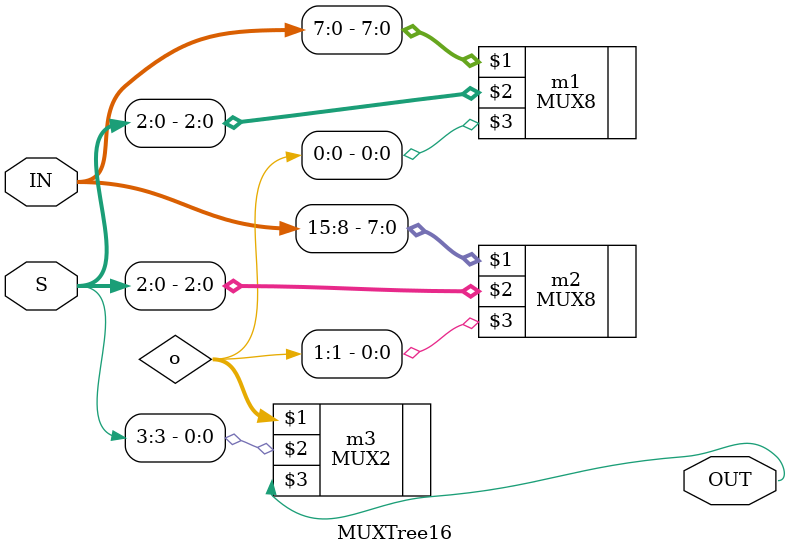
<source format=v>
`timescale 1ns / 1ps

module MUXTree16(
    input [15:0] IN,
    input [3:0] S,
    output OUT
    );
    
    wire [1:0]o;
    
    MUX8 m1(IN[7:0],S[2:0],o[0]);
    MUX8 m2(IN[15:8],S[2:0],o[1]);
    MUX2 m3(o,S[3],OUT);
    
endmodule

</source>
